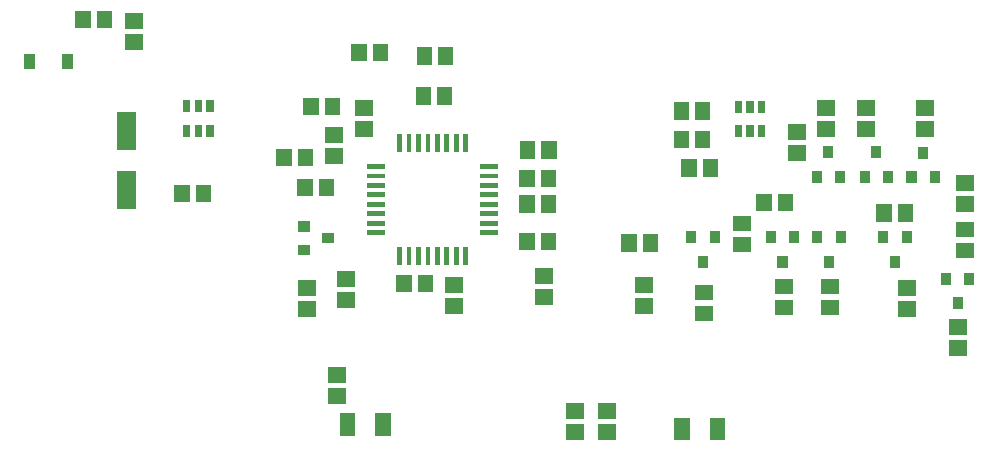
<source format=gbr>
G04 start of page 9 for group -4015 idx -4015 *
G04 Title: (unknown), toppaste *
G04 Creator: pcb 20110918 *
G04 CreationDate: Sun 03 Feb 2013 12:44:51 AM GMT UTC *
G04 For: petersen *
G04 Format: Gerber/RS-274X *
G04 PCB-Dimensions: 350000 175000 *
G04 PCB-Coordinate-Origin: lower left *
%MOIN*%
%FSLAX25Y25*%
%LNTOPPASTE*%
%ADD89R,0.0157X0.0157*%
%ADD88R,0.0340X0.0340*%
%ADD87R,0.0630X0.0630*%
%ADD86R,0.0360X0.0360*%
%ADD85R,0.0240X0.0240*%
%ADD84R,0.0512X0.0512*%
G54D84*X114607Y60543D02*X115393D01*
X114607Y53457D02*X115393D01*
X273607Y61043D02*X274393D01*
X273607Y53957D02*X274393D01*
X247107Y59043D02*X247893D01*
X247107Y51957D02*X247893D01*
G54D85*X75000Y113800D02*Y112200D01*
X78900Y113800D02*Y112200D01*
X82800Y113800D02*Y112200D01*
Y122000D02*Y120400D01*
X78900Y122000D02*Y120400D01*
X75000Y122000D02*Y120400D01*
X258900Y113500D02*Y111900D01*
X262800Y113500D02*Y111900D01*
X266700Y113500D02*Y111900D01*
Y121700D02*Y120100D01*
X262800Y121700D02*Y120100D01*
X258900Y121700D02*Y120100D01*
G54D86*X35400Y136600D02*Y135400D01*
X22500Y136600D02*Y135400D01*
G54D87*X55000Y115992D02*Y109693D01*
Y96307D02*Y90008D01*
G54D84*X320607Y113457D02*X321393D01*
X320607Y120543D02*X321393D01*
X193607Y64543D02*X194393D01*
X193607Y57457D02*X194393D01*
X247043Y110393D02*Y109607D01*
X239957Y110393D02*Y109607D01*
X247043Y119893D02*Y119107D01*
X239957Y119893D02*Y119107D01*
X278107Y112543D02*X278893D01*
X278107Y105457D02*X278893D01*
X124607Y24457D02*X125393D01*
X124607Y31543D02*X125393D01*
G54D88*X277500Y77800D02*Y77200D01*
X269700Y77800D02*Y77200D01*
X273600Y69600D02*Y69000D01*
G54D84*X314607Y60543D02*X315393D01*
X314607Y53457D02*X315393D01*
X259607Y82043D02*X260393D01*
X259607Y74957D02*X260393D01*
X222457Y75893D02*Y75107D01*
X229543Y75893D02*Y75107D01*
X331607Y47543D02*X332393D01*
X331607Y40457D02*X332393D01*
X289107Y61043D02*X289893D01*
X289107Y53957D02*X289893D01*
X287607Y113457D02*X288393D01*
X287607Y120543D02*X288393D01*
X163607Y54457D02*X164393D01*
X163607Y61543D02*X164393D01*
G54D88*X285000Y97800D02*Y97200D01*
X292800Y97800D02*Y97200D01*
X288900Y106000D02*Y105400D01*
G54D84*X334107Y88457D02*X334893D01*
X334107Y95543D02*X334893D01*
X204107Y12457D02*X204893D01*
X204107Y19543D02*X204893D01*
X214607D02*X215393D01*
X214607Y12457D02*X215393D01*
X123607Y104457D02*X124393D01*
X123607Y111543D02*X124393D01*
X114543Y104393D02*Y103607D01*
X107457Y104393D02*Y103607D01*
X133607Y120543D02*X134393D01*
X133607Y113457D02*X134393D01*
X123543Y121393D02*Y120607D01*
X116457Y121393D02*Y120607D01*
X80543Y92393D02*Y91607D01*
X73457Y92393D02*Y91607D01*
G54D88*X113700Y81000D02*X114300D01*
X113700Y73200D02*X114300D01*
X121900Y77100D02*X122500D01*
G54D84*X121543Y94393D02*Y93607D01*
X114457Y94393D02*Y93607D01*
X154543Y62393D02*Y61607D01*
X147457Y62393D02*Y61607D01*
X161043Y124893D02*Y124107D01*
X153957Y124893D02*Y124107D01*
X161343Y138193D02*Y137407D01*
X154257Y138193D02*Y137407D01*
X227107Y61543D02*X227893D01*
X227107Y54457D02*X227893D01*
X40457Y150393D02*Y149607D01*
X47543Y150393D02*Y149607D01*
X127607Y63543D02*X128393D01*
X127607Y56457D02*X128393D01*
X139543Y139393D02*Y138607D01*
X132457Y139393D02*Y138607D01*
X188657Y106793D02*Y106007D01*
X195743Y106793D02*Y106007D01*
X188457Y97393D02*Y96607D01*
X195543Y97393D02*Y96607D01*
X188457Y88893D02*Y88107D01*
X195543Y88893D02*Y88107D01*
Y76393D02*Y75607D01*
X188457Y76393D02*Y75607D01*
G54D88*X301000Y97800D02*Y97200D01*
X308800Y97800D02*Y97200D01*
X304900Y106000D02*Y105400D01*
X316600Y97700D02*Y97100D01*
X324400Y97700D02*Y97100D01*
X320500Y105900D02*Y105300D01*
X335900Y63900D02*Y63300D01*
X328100Y63900D02*Y63300D01*
X332000Y55700D02*Y55100D01*
X293000Y77800D02*Y77200D01*
X285200Y77800D02*Y77200D01*
X289100Y69600D02*Y69000D01*
X251000Y77800D02*Y77200D01*
X243200Y77800D02*Y77200D01*
X247100Y69600D02*Y69000D01*
G54D84*X334107Y80043D02*X334893D01*
X334107Y72957D02*X334893D01*
X267457Y89393D02*Y88607D01*
X274543Y89393D02*Y88607D01*
X242457Y100893D02*Y100107D01*
X249543Y100893D02*Y100107D01*
X240095Y14681D02*Y12319D01*
X251905Y14681D02*Y12319D01*
G54D88*X315000Y77800D02*Y77200D01*
X307200Y77800D02*Y77200D01*
X311100Y69600D02*Y69000D01*
G54D84*X307457Y85893D02*Y85107D01*
X314543Y85893D02*Y85107D01*
G54D89*X145977Y73434D02*Y69008D01*
X149126Y73434D02*Y69008D01*
X152276Y73434D02*Y69008D01*
X155425Y73434D02*Y69008D01*
X158575Y73434D02*Y69008D01*
X161725Y73434D02*Y69008D01*
X164874Y73434D02*Y69008D01*
X168024Y73434D02*Y69008D01*
X173566Y78977D02*X177992D01*
X173566Y82126D02*X177992D01*
X173566Y85276D02*X177992D01*
X173566Y88425D02*X177992D01*
X173566Y91575D02*X177992D01*
X173566Y94725D02*X177992D01*
X173566Y97874D02*X177992D01*
X173566Y101024D02*X177992D01*
X168023Y110992D02*Y106566D01*
X164874Y110992D02*Y106566D01*
X161724Y110992D02*Y106566D01*
X158575Y110992D02*Y106566D01*
X155425Y110992D02*Y106566D01*
X152275Y110992D02*Y106566D01*
X149126Y110992D02*Y106566D01*
X145976Y110992D02*Y106566D01*
X136008Y101023D02*X140434D01*
X136008Y97874D02*X140434D01*
X136008Y94724D02*X140434D01*
X136008Y91575D02*X140434D01*
X136008Y88425D02*X140434D01*
X136008Y85275D02*X140434D01*
X136008Y82126D02*X140434D01*
X136008Y78976D02*X140434D01*
G54D84*X140405Y16181D02*Y13819D01*
X128595Y16181D02*Y13819D01*
X301107Y113457D02*X301893D01*
X301107Y120543D02*X301893D01*
X57107Y149543D02*X57893D01*
X57107Y142457D02*X57893D01*
M02*

</source>
